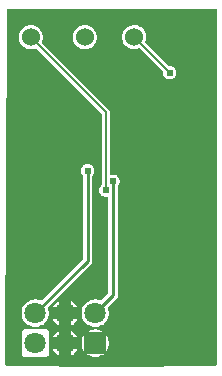
<source format=gbl>
G04 Layer: BottomLayer*
G04 EasyEDA v6.5.51, 2025-09-20 15:47:23*
G04 253a245d6267489c8966ad05d83ebf9d,d57bd40a603b42be9e37e0d49851eb9c,10*
G04 Gerber Generator version 0.2*
G04 Scale: 100 percent, Rotated: No, Reflected: No *
G04 Dimensions in millimeters *
G04 leading zeros omitted , absolute positions ,4 integer and 5 decimal *
%FSLAX45Y45*%
%MOMM*%

%AMMACRO1*21,1,$1,$2,0,0,$3*%
%ADD10C,0.2800*%
%ADD11C,0.1500*%
%ADD12C,0.1600*%
%ADD13C,1.8000*%
%ADD14MACRO1,1.8X1.8X0.0000*%
%ADD15C,1.5240*%
%ADD16C,0.6096*%
%ADD17C,0.0143*%

%LPD*%
G36*
X914247Y-3060192D02*
G01*
X23368Y-3048000D01*
X19507Y-3047187D01*
X16256Y-3044952D01*
X14122Y-3041650D01*
X13360Y-3037789D01*
X25755Y-36017D01*
X26568Y-32156D01*
X28752Y-28854D01*
X32054Y-26670D01*
X35915Y-25908D01*
X1792732Y-25908D01*
X1796643Y-26670D01*
X1799894Y-28905D01*
X1802130Y-32156D01*
X1802892Y-36068D01*
X1802892Y-3037840D01*
X1802130Y-3041700D01*
X1799945Y-3044952D01*
X1796694Y-3047187D01*
X1792884Y-3048000D01*
G37*

%LPC*%
G36*
X177292Y-2973425D02*
G01*
X356108Y-2973425D01*
X362458Y-2972714D01*
X367893Y-2970784D01*
X372821Y-2967685D01*
X376885Y-2963621D01*
X379984Y-2958693D01*
X381914Y-2953258D01*
X382625Y-2946908D01*
X382625Y-2768092D01*
X381914Y-2761742D01*
X379984Y-2756306D01*
X376885Y-2751378D01*
X372821Y-2747314D01*
X367893Y-2744216D01*
X362458Y-2742285D01*
X356108Y-2741574D01*
X177292Y-2741574D01*
X170942Y-2742285D01*
X165506Y-2744216D01*
X160578Y-2747314D01*
X156514Y-2751378D01*
X153416Y-2756306D01*
X151485Y-2761742D01*
X150774Y-2768092D01*
X150774Y-2946908D01*
X151485Y-2953258D01*
X153416Y-2958693D01*
X156514Y-2963621D01*
X160578Y-2967685D01*
X165506Y-2970784D01*
X170942Y-2972714D01*
G37*
G36*
X767435Y-2973171D02*
G01*
X781964Y-2973171D01*
X796391Y-2971342D01*
X810514Y-2967736D01*
X824026Y-2962351D01*
X836777Y-2955340D01*
X848563Y-2946806D01*
X859180Y-2936849D01*
X868476Y-2925622D01*
X876249Y-2913329D01*
X882446Y-2900172D01*
X886968Y-2886303D01*
X889660Y-2872028D01*
X890574Y-2857500D01*
X889660Y-2842971D01*
X886968Y-2828696D01*
X882446Y-2814828D01*
X876249Y-2801670D01*
X868476Y-2789377D01*
X859180Y-2778150D01*
X848563Y-2768193D01*
X836777Y-2759659D01*
X824026Y-2752648D01*
X810514Y-2747264D01*
X796391Y-2743657D01*
X781964Y-2741828D01*
X767435Y-2741828D01*
X753008Y-2743657D01*
X738886Y-2747264D01*
X725373Y-2752648D01*
X712622Y-2759659D01*
X700836Y-2768193D01*
X690219Y-2778150D01*
X680923Y-2789377D01*
X673150Y-2801670D01*
X666953Y-2814828D01*
X662432Y-2828696D01*
X659739Y-2842971D01*
X658825Y-2857500D01*
X659739Y-2872028D01*
X662432Y-2886303D01*
X666953Y-2900172D01*
X673150Y-2913329D01*
X680923Y-2925622D01*
X690219Y-2936849D01*
X700836Y-2946806D01*
X712622Y-2955340D01*
X725373Y-2962351D01*
X738886Y-2967736D01*
X753008Y-2971342D01*
G37*
G36*
X572058Y-2961233D02*
G01*
X582777Y-2955340D01*
X594563Y-2946806D01*
X605180Y-2936849D01*
X614476Y-2925622D01*
X622249Y-2913329D01*
X624382Y-2908858D01*
X572058Y-2908858D01*
G37*
G36*
X469341Y-2961233D02*
G01*
X469341Y-2908858D01*
X417017Y-2908858D01*
X419150Y-2913329D01*
X426923Y-2925622D01*
X436219Y-2936849D01*
X446836Y-2946806D01*
X458622Y-2955340D01*
G37*
G36*
X417017Y-2806141D02*
G01*
X469341Y-2806141D01*
X469341Y-2753766D01*
X458622Y-2759659D01*
X446836Y-2768193D01*
X436219Y-2778150D01*
X426923Y-2789377D01*
X419150Y-2801670D01*
G37*
G36*
X572058Y-2806141D02*
G01*
X624382Y-2806141D01*
X622249Y-2801670D01*
X614476Y-2789377D01*
X605180Y-2778150D01*
X594563Y-2768193D01*
X582777Y-2759659D01*
X572058Y-2753766D01*
G37*
G36*
X259435Y-2719171D02*
G01*
X273964Y-2719171D01*
X288391Y-2717342D01*
X302514Y-2713736D01*
X316026Y-2708351D01*
X328777Y-2701340D01*
X340563Y-2692806D01*
X351180Y-2682849D01*
X360476Y-2671622D01*
X368249Y-2659329D01*
X374446Y-2646172D01*
X378968Y-2632303D01*
X381660Y-2618028D01*
X382574Y-2603500D01*
X381660Y-2588971D01*
X378968Y-2574696D01*
X374243Y-2560218D01*
X373786Y-2556560D01*
X374650Y-2552954D01*
X376732Y-2549906D01*
X739089Y-2187549D01*
X744321Y-2181148D01*
X748030Y-2174240D01*
X750316Y-2166772D01*
X751128Y-2158492D01*
X751128Y-1440688D01*
X751890Y-1436776D01*
X760018Y-1425194D01*
X764133Y-1416253D01*
X766673Y-1406804D01*
X767537Y-1397000D01*
X766673Y-1387195D01*
X764133Y-1377746D01*
X760018Y-1368806D01*
X754380Y-1360779D01*
X747420Y-1353820D01*
X739394Y-1348181D01*
X730453Y-1344066D01*
X721004Y-1341526D01*
X711200Y-1340662D01*
X701395Y-1341526D01*
X691946Y-1344066D01*
X683006Y-1348181D01*
X674979Y-1353820D01*
X668020Y-1360779D01*
X662381Y-1368806D01*
X658266Y-1377746D01*
X655726Y-1387195D01*
X654862Y-1397000D01*
X655726Y-1406804D01*
X658266Y-1416253D01*
X662381Y-1425194D01*
X670509Y-1436776D01*
X671271Y-1440688D01*
X671271Y-2138273D01*
X670509Y-2142134D01*
X668324Y-2145436D01*
X320090Y-2493670D01*
X316839Y-2495854D01*
X313029Y-2496616D01*
X309168Y-2495905D01*
X302514Y-2493264D01*
X288391Y-2489657D01*
X273964Y-2487828D01*
X259435Y-2487828D01*
X245008Y-2489657D01*
X230886Y-2493264D01*
X217373Y-2498648D01*
X204622Y-2505659D01*
X192836Y-2514193D01*
X182219Y-2524150D01*
X172923Y-2535377D01*
X165150Y-2547670D01*
X158953Y-2560828D01*
X154432Y-2574696D01*
X151739Y-2588971D01*
X150825Y-2603500D01*
X151739Y-2618028D01*
X154432Y-2632303D01*
X158953Y-2646172D01*
X165150Y-2659329D01*
X172923Y-2671622D01*
X182219Y-2682849D01*
X192836Y-2692806D01*
X204622Y-2701340D01*
X217373Y-2708351D01*
X230886Y-2713736D01*
X245008Y-2717342D01*
G37*
G36*
X767435Y-2719171D02*
G01*
X781964Y-2719171D01*
X796391Y-2717342D01*
X810514Y-2713736D01*
X824026Y-2708351D01*
X836777Y-2701340D01*
X848563Y-2692806D01*
X859180Y-2682849D01*
X868476Y-2671622D01*
X876249Y-2659329D01*
X882446Y-2646172D01*
X886968Y-2632303D01*
X889660Y-2618028D01*
X890574Y-2603500D01*
X889660Y-2588971D01*
X886968Y-2574696D01*
X882243Y-2560218D01*
X881786Y-2556560D01*
X882650Y-2552954D01*
X884732Y-2549906D01*
X954989Y-2479649D01*
X960221Y-2473248D01*
X963930Y-2466340D01*
X966216Y-2458872D01*
X967028Y-2450592D01*
X967028Y-1529588D01*
X967790Y-1525676D01*
X975918Y-1514094D01*
X980033Y-1505153D01*
X982573Y-1495704D01*
X983437Y-1485900D01*
X982573Y-1476095D01*
X980033Y-1466646D01*
X975918Y-1457706D01*
X970280Y-1449679D01*
X963320Y-1442720D01*
X955294Y-1437081D01*
X946353Y-1432966D01*
X936904Y-1430426D01*
X927100Y-1429562D01*
X917295Y-1430426D01*
X909777Y-1432407D01*
X906119Y-1432712D01*
X902563Y-1431645D01*
X899617Y-1429410D01*
X897686Y-1426260D01*
X897026Y-1422603D01*
X897026Y-902208D01*
X896213Y-894740D01*
X894080Y-888136D01*
X890524Y-881989D01*
X886917Y-877773D01*
X325323Y-316179D01*
X323189Y-313029D01*
X322326Y-309372D01*
X322884Y-305663D01*
X327050Y-293674D01*
X329793Y-280314D01*
X330708Y-266700D01*
X329793Y-253085D01*
X327050Y-239725D01*
X322580Y-226821D01*
X316433Y-214680D01*
X308711Y-203454D01*
X299567Y-193294D01*
X289153Y-184505D01*
X277672Y-177190D01*
X265277Y-171450D01*
X252272Y-167386D01*
X238810Y-165150D01*
X225196Y-164693D01*
X211632Y-166014D01*
X198374Y-169214D01*
X185623Y-174091D01*
X173685Y-180644D01*
X162712Y-188722D01*
X152908Y-198221D01*
X144424Y-208940D01*
X137464Y-220675D01*
X132181Y-233222D01*
X128574Y-246379D01*
X126746Y-259892D01*
X126746Y-273507D01*
X128574Y-287020D01*
X132181Y-300177D01*
X137464Y-312724D01*
X144424Y-324459D01*
X152908Y-335178D01*
X162712Y-344678D01*
X173685Y-352755D01*
X185623Y-359308D01*
X198374Y-364185D01*
X211632Y-367385D01*
X225196Y-368706D01*
X238810Y-368249D01*
X252272Y-366014D01*
X270560Y-360426D01*
X274624Y-361137D01*
X278028Y-363372D01*
X827227Y-912571D01*
X829411Y-915873D01*
X830173Y-919734D01*
X830173Y-1511909D01*
X829411Y-1515821D01*
X827227Y-1519123D01*
X820419Y-1525879D01*
X814781Y-1533906D01*
X810666Y-1542846D01*
X808126Y-1552295D01*
X807262Y-1562100D01*
X808126Y-1571904D01*
X810666Y-1581353D01*
X814781Y-1590294D01*
X820419Y-1598320D01*
X827379Y-1605280D01*
X835406Y-1610918D01*
X844346Y-1615033D01*
X853795Y-1617573D01*
X863600Y-1618437D01*
X878078Y-1617014D01*
X881634Y-1618081D01*
X884580Y-1620316D01*
X886510Y-1623517D01*
X887171Y-1627124D01*
X887171Y-2430373D01*
X886409Y-2434234D01*
X884224Y-2437536D01*
X828090Y-2493670D01*
X824839Y-2495854D01*
X821029Y-2496616D01*
X817168Y-2495905D01*
X810514Y-2493264D01*
X796391Y-2489657D01*
X781964Y-2487828D01*
X767435Y-2487828D01*
X753008Y-2489657D01*
X738886Y-2493264D01*
X725373Y-2498648D01*
X712622Y-2505659D01*
X700836Y-2514193D01*
X690219Y-2524150D01*
X680923Y-2535377D01*
X673150Y-2547670D01*
X666953Y-2560828D01*
X662432Y-2574696D01*
X659739Y-2588971D01*
X658825Y-2603500D01*
X659739Y-2618028D01*
X662432Y-2632303D01*
X666953Y-2646172D01*
X673150Y-2659329D01*
X680923Y-2671622D01*
X690219Y-2682849D01*
X700836Y-2692806D01*
X712622Y-2701340D01*
X725373Y-2708351D01*
X738886Y-2713736D01*
X753008Y-2717342D01*
G37*
G36*
X469341Y-2707233D02*
G01*
X469341Y-2654858D01*
X417017Y-2654858D01*
X419150Y-2659329D01*
X426923Y-2671622D01*
X436219Y-2682849D01*
X446836Y-2692806D01*
X458622Y-2701340D01*
G37*
G36*
X572058Y-2707233D02*
G01*
X582777Y-2701340D01*
X594563Y-2692806D01*
X605180Y-2682849D01*
X614476Y-2671622D01*
X622249Y-2659329D01*
X624382Y-2654858D01*
X572058Y-2654858D01*
G37*
G36*
X417017Y-2552141D02*
G01*
X469341Y-2552141D01*
X469341Y-2499766D01*
X458622Y-2505659D01*
X446836Y-2514193D01*
X436219Y-2524150D01*
X426923Y-2535377D01*
X419150Y-2547670D01*
G37*
G36*
X572058Y-2552141D02*
G01*
X624382Y-2552141D01*
X622249Y-2547670D01*
X614476Y-2535377D01*
X605180Y-2524150D01*
X594563Y-2514193D01*
X582777Y-2505659D01*
X572058Y-2499766D01*
G37*
G36*
X1404975Y-623112D02*
G01*
X1414780Y-622249D01*
X1424228Y-619709D01*
X1433169Y-615594D01*
X1441196Y-609955D01*
X1448155Y-602996D01*
X1453794Y-594969D01*
X1457909Y-586028D01*
X1460449Y-576580D01*
X1461312Y-566775D01*
X1460449Y-556971D01*
X1457909Y-547522D01*
X1453794Y-538581D01*
X1448155Y-530555D01*
X1441196Y-523595D01*
X1433169Y-517956D01*
X1424228Y-513842D01*
X1414780Y-511301D01*
X1404975Y-510438D01*
X1401978Y-510692D01*
X1397609Y-510133D01*
X1393901Y-507746D01*
X1201775Y-315620D01*
X1199692Y-312521D01*
X1198829Y-308864D01*
X1199388Y-305104D01*
X1203350Y-293674D01*
X1206093Y-280314D01*
X1207008Y-266700D01*
X1206093Y-253085D01*
X1203350Y-239725D01*
X1198880Y-226821D01*
X1192733Y-214680D01*
X1185011Y-203454D01*
X1175867Y-193294D01*
X1165453Y-184505D01*
X1153972Y-177190D01*
X1141577Y-171450D01*
X1128572Y-167386D01*
X1115110Y-165150D01*
X1101496Y-164693D01*
X1087932Y-166014D01*
X1074674Y-169214D01*
X1061923Y-174091D01*
X1049985Y-180644D01*
X1039012Y-188722D01*
X1029208Y-198221D01*
X1020724Y-208940D01*
X1013764Y-220675D01*
X1008481Y-233222D01*
X1004874Y-246379D01*
X1003046Y-259892D01*
X1003046Y-273507D01*
X1004874Y-287020D01*
X1008481Y-300177D01*
X1013764Y-312724D01*
X1020724Y-324459D01*
X1029208Y-335178D01*
X1039012Y-344678D01*
X1049985Y-352755D01*
X1061923Y-359308D01*
X1074674Y-364185D01*
X1087932Y-367385D01*
X1101496Y-368706D01*
X1115110Y-368249D01*
X1128572Y-366014D01*
X1141577Y-361950D01*
X1146403Y-360629D01*
X1150416Y-361340D01*
X1153871Y-363626D01*
X1345946Y-555701D01*
X1348333Y-559409D01*
X1348892Y-563778D01*
X1348638Y-566775D01*
X1349502Y-576580D01*
X1352042Y-586028D01*
X1356156Y-594969D01*
X1361795Y-602996D01*
X1368755Y-609955D01*
X1376781Y-615594D01*
X1385722Y-619709D01*
X1395171Y-622249D01*
G37*
G36*
X682396Y-368706D02*
G01*
X696010Y-368249D01*
X709472Y-366014D01*
X722477Y-361950D01*
X734872Y-356209D01*
X746353Y-348894D01*
X756767Y-340106D01*
X765911Y-329946D01*
X773633Y-318719D01*
X779780Y-306578D01*
X784250Y-293674D01*
X786993Y-280314D01*
X787908Y-266700D01*
X786993Y-253085D01*
X784250Y-239725D01*
X779780Y-226821D01*
X773633Y-214680D01*
X765911Y-203454D01*
X756767Y-193294D01*
X746353Y-184505D01*
X734872Y-177190D01*
X722477Y-171450D01*
X709472Y-167386D01*
X696010Y-165150D01*
X682396Y-164693D01*
X668832Y-166014D01*
X655574Y-169214D01*
X642823Y-174091D01*
X630885Y-180644D01*
X619912Y-188722D01*
X610108Y-198221D01*
X601624Y-208940D01*
X594664Y-220675D01*
X589381Y-233222D01*
X585774Y-246379D01*
X583946Y-259892D01*
X583946Y-273507D01*
X585774Y-287020D01*
X589381Y-300177D01*
X594664Y-312724D01*
X601624Y-324459D01*
X610108Y-335178D01*
X619912Y-344678D01*
X630885Y-352755D01*
X642823Y-359308D01*
X655574Y-364185D01*
X668832Y-367385D01*
G37*

%LPD*%
D10*
X774700Y-2603500D02*
G01*
X927100Y-2451100D01*
X927100Y-1485900D01*
X711200Y-1397000D02*
G01*
X711200Y-2159000D01*
X266700Y-2603500D01*
D11*
X863600Y-1562100D02*
G01*
X863600Y-901700D01*
X228600Y-266700D01*
D12*
X1404975Y-566775D02*
G01*
X1104900Y-266700D01*
D13*
G01*
X266700Y-2603500D03*
G01*
X266700Y-2857500D03*
G01*
X520700Y-2603500D03*
G01*
X520700Y-2857500D03*
G01*
X774700Y-2603500D03*
D14*
G01*
X774700Y-2857494D03*
D15*
G01*
X1104900Y-266700D03*
G01*
X685800Y-266700D03*
G01*
X228600Y-266700D03*
D16*
G01*
X1404975Y-566775D03*
G01*
X863600Y-1562100D03*
G01*
X927100Y-1485900D03*
G01*
X711200Y-1397000D03*
M02*

</source>
